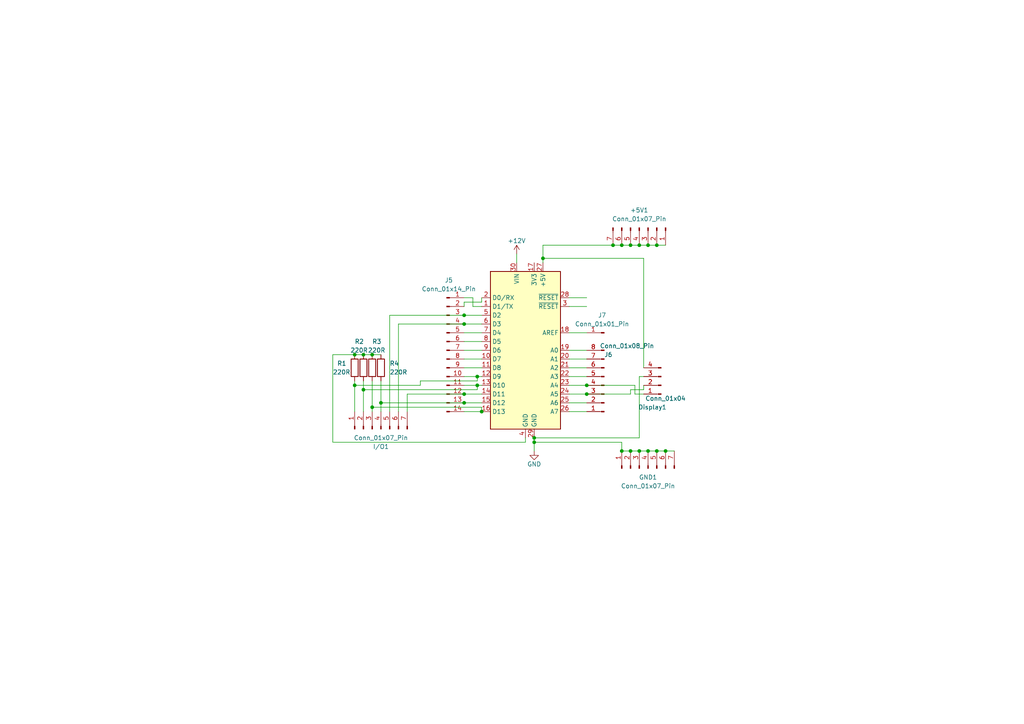
<source format=kicad_sch>
(kicad_sch (version 20230121) (generator eeschema)
  (paper "A4")
  (lib_symbols
    (symbol "Connector:Conn_01x01_Pin" (pin_names (offset 1.016) hide)
      (property "Reference" "J" (at 0 2.54 0))
      (property "Value" "Conn_01x01_Pin" (at 0 -2.54 0))
      (symbol "Conn_01x01_Pin_1_1"
        (polyline (pts (xy 1.27 0) (xy 0.8636 0)) (stroke (width 0.1524)))
        (rectangle (start 0.8636 0.127) (end 0 -0.127) (stroke (width 0.1524)) (fill (type outline)))
        (pin passive line (at 5.08 0 180) (length 3.81) (name "Pin_1") (number "1"))
      )
    )
    (symbol "Connector:Conn_01x04_Pin" (pin_names (offset 1.016) hide)
      (property "Reference" "J" (at 0 5.08 0))
      (property "Value" "Conn_01x04_Pin" (at 0 -7.62 0))
      (symbol "Conn_01x04_Pin_1_1"
        (polyline (pts (xy 1.27 -5.08) (xy 0.8636 -5.08)) (stroke (width 0.1524)))
        (polyline (pts (xy 1.27 -2.54) (xy 0.8636 -2.54)) (stroke (width 0.1524)))
        (polyline (pts (xy 1.27 0) (xy 0.8636 0)) (stroke (width 0.1524)))
        (polyline (pts (xy 1.27 2.54) (xy 0.8636 2.54)) (stroke (width 0.1524)))
        (rectangle (start 0.8636 -4.953) (end 0 -5.207) (stroke (width 0.1524)) (fill (type outline)))
        (rectangle (start 0.8636 -2.413) (end 0 -2.667) (stroke (width 0.1524)) (fill (type outline)))
        (rectangle (start 0.8636 0.127) (end 0 -0.127) (stroke (width 0.1524)) (fill (type outline)))
        (rectangle (start 0.8636 2.667) (end 0 2.413) (stroke (width 0.1524)) (fill (type outline)))
        (pin passive line (at 5.08 2.54 180) (length 3.81) (name "Pin_1") (number "1"))
        (pin passive line (at 5.08 0 180) (length 3.81) (name "Pin_2") (number "2"))
        (pin passive line (at 5.08 -2.54 180) (length 3.81) (name "Pin_3") (number "3"))
        (pin passive line (at 5.08 -5.08 180) (length 3.81) (name "Pin_4") (number "4"))
      )
    )
    (symbol "Connector:Conn_01x07_Pin" (pin_names (offset 1.016) hide)
      (property "Reference" "J" (at 0 10.16 0))
      (property "Value" "Conn_01x07_Pin" (at 0 -10.16 0))
      (symbol "Conn_01x07_Pin_1_1"
        (polyline (pts (xy 1.27 -7.62) (xy 0.8636 -7.62)) (stroke (width 0.1524)))
        (polyline (pts (xy 1.27 -5.08) (xy 0.8636 -5.08)) (stroke (width 0.1524)))
        (polyline (pts (xy 1.27 -2.54) (xy 0.8636 -2.54)) (stroke (width 0.1524)))
        (polyline (pts (xy 1.27 0) (xy 0.8636 0)) (stroke (width 0.1524)))
        (polyline (pts (xy 1.27 2.54) (xy 0.8636 2.54)) (stroke (width 0.1524)))
        (polyline (pts (xy 1.27 5.08) (xy 0.8636 5.08)) (stroke (width 0.1524)))
        (polyline (pts (xy 1.27 7.62) (xy 0.8636 7.62)) (stroke (width 0.1524)))
        (rectangle (start 0.8636 -7.493) (end 0 -7.747) (stroke (width 0.1524)) (fill (type outline)))
        (rectangle (start 0.8636 -4.953) (end 0 -5.207) (stroke (width 0.1524)) (fill (type outline)))
        (rectangle (start 0.8636 -2.413) (end 0 -2.667) (stroke (width 0.1524)) (fill (type outline)))
        (rectangle (start 0.8636 0.127) (end 0 -0.127) (stroke (width 0.1524)) (fill (type outline)))
        (rectangle (start 0.8636 2.667) (end 0 2.413) (stroke (width 0.1524)) (fill (type outline)))
        (rectangle (start 0.8636 5.207) (end 0 4.953) (stroke (width 0.1524)) (fill (type outline)))
        (rectangle (start 0.8636 7.747) (end 0 7.493) (stroke (width 0.1524)) (fill (type outline)))
        (pin passive line (at 5.08 7.62 180) (length 3.81) (name "Pin_1") (number "1"))
        (pin passive line (at 5.08 5.08 180) (length 3.81) (name "Pin_2") (number "2"))
        (pin passive line (at 5.08 2.54 180) (length 3.81) (name "Pin_3") (number "3"))
        (pin passive line (at 5.08 0 180) (length 3.81) (name "Pin_4") (number "4"))
        (pin passive line (at 5.08 -2.54 180) (length 3.81) (name "Pin_5") (number "5"))
        (pin passive line (at 5.08 -5.08 180) (length 3.81) (name "Pin_6") (number "6"))
        (pin passive line (at 5.08 -7.62 180) (length 3.81) (name "Pin_7") (number "7"))
      )
    )
    (symbol "Connector:Conn_01x08_Pin" (pin_names (offset 1.016) hide)
      (property "Reference" "J" (at 0 10.16 0))
      (property "Value" "Conn_01x08_Pin" (at 0 -12.7 0))
      (symbol "Conn_01x08_Pin_1_1"
        (polyline (pts (xy 1.27 -10.16) (xy 0.8636 -10.16)) (stroke (width 0.1524)))
        (polyline (pts (xy 1.27 -7.62) (xy 0.8636 -7.62)) (stroke (width 0.1524)))
        (polyline (pts (xy 1.27 -5.08) (xy 0.8636 -5.08)) (stroke (width 0.1524)))
        (polyline (pts (xy 1.27 -2.54) (xy 0.8636 -2.54)) (stroke (width 0.1524)))
        (polyline (pts (xy 1.27 0) (xy 0.8636 0)) (stroke (width 0.1524)))
        (polyline (pts (xy 1.27 2.54) (xy 0.8636 2.54)) (stroke (width 0.1524)))
        (polyline (pts (xy 1.27 5.08) (xy 0.8636 5.08)) (stroke (width 0.1524)))
        (polyline (pts (xy 1.27 7.62) (xy 0.8636 7.62)) (stroke (width 0.1524)))
        (rectangle (start 0.8636 -10.033) (end 0 -10.287) (stroke (width 0.1524)) (fill (type outline)))
        (rectangle (start 0.8636 -7.493) (end 0 -7.747) (stroke (width 0.1524)) (fill (type outline)))
        (rectangle (start 0.8636 -4.953) (end 0 -5.207) (stroke (width 0.1524)) (fill (type outline)))
        (rectangle (start 0.8636 -2.413) (end 0 -2.667) (stroke (width 0.1524)) (fill (type outline)))
        (rectangle (start 0.8636 0.127) (end 0 -0.127) (stroke (width 0.1524)) (fill (type outline)))
        (rectangle (start 0.8636 2.667) (end 0 2.413) (stroke (width 0.1524)) (fill (type outline)))
        (rectangle (start 0.8636 5.207) (end 0 4.953) (stroke (width 0.1524)) (fill (type outline)))
        (rectangle (start 0.8636 7.747) (end 0 7.493) (stroke (width 0.1524)) (fill (type outline)))
        (pin passive line (at 5.08 7.62 180) (length 3.81) (name "Pin_1") (number "1"))
        (pin passive line (at 5.08 5.08 180) (length 3.81) (name "Pin_2") (number "2"))
        (pin passive line (at 5.08 2.54 180) (length 3.81) (name "Pin_3") (number "3"))
        (pin passive line (at 5.08 0 180) (length 3.81) (name "Pin_4") (number "4"))
        (pin passive line (at 5.08 -2.54 180) (length 3.81) (name "Pin_5") (number "5"))
        (pin passive line (at 5.08 -5.08 180) (length 3.81) (name "Pin_6") (number "6"))
        (pin passive line (at 5.08 -7.62 180) (length 3.81) (name "Pin_7") (number "7"))
        (pin passive line (at 5.08 -10.16 180) (length 3.81) (name "Pin_8") (number "8"))
      )
    )
    (symbol "Connector:Conn_01x14_Pin" (pin_names (offset 1.016) hide)
      (property "Reference" "J" (at 0 17.78 0))
      (property "Value" "Conn_01x14_Pin" (at 0 -20.32 0))
      (symbol "Conn_01x14_Pin_1_1"
        (polyline (pts (xy 1.27 -17.78) (xy 0.8636 -17.78)) (stroke (width 0.1524)))
        (polyline (pts (xy 1.27 -15.24) (xy 0.8636 -15.24)) (stroke (width 0.1524)))
        (polyline (pts (xy 1.27 -12.7) (xy 0.8636 -12.7)) (stroke (width 0.1524)))
        (polyline (pts (xy 1.27 -10.16) (xy 0.8636 -10.16)) (stroke (width 0.1524)))
        (polyline (pts (xy 1.27 -7.62) (xy 0.8636 -7.62)) (stroke (width 0.1524)))
        (polyline (pts (xy 1.27 -5.08) (xy 0.8636 -5.08)) (stroke (width 0.1524)))
        (polyline (pts (xy 1.27 -2.54) (xy 0.8636 -2.54)) (stroke (width 0.1524)))
        (polyline (pts (xy 1.27 0) (xy 0.8636 0)) (stroke (width 0.1524)))
        (polyline (pts (xy 1.27 2.54) (xy 0.8636 2.54)) (stroke (width 0.1524)))
        (polyline (pts (xy 1.27 5.08) (xy 0.8636 5.08)) (stroke (width 0.1524)))
        (polyline (pts (xy 1.27 7.62) (xy 0.8636 7.62)) (stroke (width 0.1524)))
        (polyline (pts (xy 1.27 10.16) (xy 0.8636 10.16)) (stroke (width 0.1524)))
        (polyline (pts (xy 1.27 12.7) (xy 0.8636 12.7)) (stroke (width 0.1524)))
        (polyline (pts (xy 1.27 15.24) (xy 0.8636 15.24)) (stroke (width 0.1524)))
        (rectangle (start 0.8636 -17.653) (end 0 -17.907) (stroke (width 0.1524)) (fill (type outline)))
        (rectangle (start 0.8636 -15.113) (end 0 -15.367) (stroke (width 0.1524)) (fill (type outline)))
        (rectangle (start 0.8636 -12.573) (end 0 -12.827) (stroke (width 0.1524)) (fill (type outline)))
        (rectangle (start 0.8636 -10.033) (end 0 -10.287) (stroke (width 0.1524)) (fill (type outline)))
        (rectangle (start 0.8636 -7.493) (end 0 -7.747) (stroke (width 0.1524)) (fill (type outline)))
        (rectangle (start 0.8636 -4.953) (end 0 -5.207) (stroke (width 0.1524)) (fill (type outline)))
        (rectangle (start 0.8636 -2.413) (end 0 -2.667) (stroke (width 0.1524)) (fill (type outline)))
        (rectangle (start 0.8636 0.127) (end 0 -0.127) (stroke (width 0.1524)) (fill (type outline)))
        (rectangle (start 0.8636 2.667) (end 0 2.413) (stroke (width 0.1524)) (fill (type outline)))
        (rectangle (start 0.8636 5.207) (end 0 4.953) (stroke (width 0.1524)) (fill (type outline)))
        (rectangle (start 0.8636 7.747) (end 0 7.493) (stroke (width 0.1524)) (fill (type outline)))
        (rectangle (start 0.8636 10.287) (end 0 10.033) (stroke (width 0.1524)) (fill (type outline)))
        (rectangle (start 0.8636 12.827) (end 0 12.573) (stroke (width 0.1524)) (fill (type outline)))
        (rectangle (start 0.8636 15.367) (end 0 15.113) (stroke (width 0.1524)) (fill (type outline)))
        (pin passive line (at 5.08 15.24 180) (length 3.81) (name "Pin_1") (number "1"))
        (pin passive line (at 5.08 -7.62 180) (length 3.81) (name "Pin_10") (number "10"))
        (pin passive line (at 5.08 -10.16 180) (length 3.81) (name "Pin_11") (number "11"))
        (pin passive line (at 5.08 -12.7 180) (length 3.81) (name "Pin_12") (number "12"))
        (pin passive line (at 5.08 -15.24 180) (length 3.81) (name "Pin_13") (number "13"))
        (pin passive line (at 5.08 -17.78 180) (length 3.81) (name "Pin_14") (number "14"))
        (pin passive line (at 5.08 12.7 180) (length 3.81) (name "Pin_2") (number "2"))
        (pin passive line (at 5.08 10.16 180) (length 3.81) (name "Pin_3") (number "3"))
        (pin passive line (at 5.08 7.62 180) (length 3.81) (name "Pin_4") (number "4"))
        (pin passive line (at 5.08 5.08 180) (length 3.81) (name "Pin_5") (number "5"))
        (pin passive line (at 5.08 2.54 180) (length 3.81) (name "Pin_6") (number "6"))
        (pin passive line (at 5.08 0 180) (length 3.81) (name "Pin_7") (number "7"))
        (pin passive line (at 5.08 -2.54 180) (length 3.81) (name "Pin_8") (number "8"))
        (pin passive line (at 5.08 -5.08 180) (length 3.81) (name "Pin_9") (number "9"))
      )
    )
    (symbol "Device:R" (pin_numbers hide) (pin_names (offset 0))
      (property "Reference" "R" (at 2.032 0 90))
      (property "Value" "R" (at 0 0 90))
      (symbol "R_0_1"
        (rectangle (start -1.016 -2.54) (end 1.016 2.54) (stroke (width 0.254)))
      )
      (symbol "R_1_1"
        (pin passive line (at 0 3.81 270) (length 1.27) (name "~") (number "1"))
        (pin passive line (at 0 -3.81 90) (length 1.27) (name "~") (number "2"))
      )
    )
    (symbol "MCU_Module:Arduino_Nano_v3.x"
      (property "Reference" "A" (at -10.16 23.495 0))
      (property "Value" "Arduino_Nano_v3.x" (at 5.08 -24.13 0))
      (symbol "Arduino_Nano_v3.x_0_1"
        (rectangle (start -10.16 22.86) (end 10.16 -22.86) (stroke (width 0.254)) (fill (type background)))
      )
      (symbol "Arduino_Nano_v3.x_1_1"
        (pin bidirectional line (at -12.7 12.7 0) (length 2.54) (name "D1/TX") (number "1"))
        (pin bidirectional line (at -12.7 -2.54 0) (length 2.54) (name "D7") (number "10"))
        (pin bidirectional line (at -12.7 -5.08 0) (length 2.54) (name "D8") (number "11"))
        (pin bidirectional line (at -12.7 -7.62 0) (length 2.54) (name "D9") (number "12"))
        (pin bidirectional line (at -12.7 -10.16 0) (length 2.54) (name "D10") (number "13"))
        (pin bidirectional line (at -12.7 -12.7 0) (length 2.54) (name "D11") (number "14"))
        (pin bidirectional line (at -12.7 -15.24 0) (length 2.54) (name "D12") (number "15"))
        (pin bidirectional line (at -12.7 -17.78 0) (length 2.54) (name "D13") (number "16"))
        (pin power_out line (at 2.54 25.4 270) (length 2.54) (name "3V3") (number "17"))
        (pin input line (at 12.7 5.08 180) (length 2.54) (name "AREF") (number "18"))
        (pin bidirectional line (at 12.7 0 180) (length 2.54) (name "A0") (number "19"))
        (pin bidirectional line (at -12.7 15.24 0) (length 2.54) (name "D0/RX") (number "2"))
        (pin bidirectional line (at 12.7 -2.54 180) (length 2.54) (name "A1") (number "20"))
        (pin bidirectional line (at 12.7 -5.08 180) (length 2.54) (name "A2") (number "21"))
        (pin bidirectional line (at 12.7 -7.62 180) (length 2.54) (name "A3") (number "22"))
        (pin bidirectional line (at 12.7 -10.16 180) (length 2.54) (name "A4") (number "23"))
        (pin bidirectional line (at 12.7 -12.7 180) (length 2.54) (name "A5") (number "24"))
        (pin bidirectional line (at 12.7 -15.24 180) (length 2.54) (name "A6") (number "25"))
        (pin bidirectional line (at 12.7 -17.78 180) (length 2.54) (name "A7") (number "26"))
        (pin power_out line (at 5.08 25.4 270) (length 2.54) (name "+5V") (number "27"))
        (pin input line (at 12.7 15.24 180) (length 2.54) (name "~{RESET}") (number "28"))
        (pin power_in line (at 2.54 -25.4 90) (length 2.54) (name "GND") (number "29"))
        (pin input line (at 12.7 12.7 180) (length 2.54) (name "~{RESET}") (number "3"))
        (pin power_in line (at -2.54 25.4 270) (length 2.54) (name "VIN") (number "30"))
        (pin power_in line (at 0 -25.4 90) (length 2.54) (name "GND") (number "4"))
        (pin bidirectional line (at -12.7 10.16 0) (length 2.54) (name "D2") (number "5"))
        (pin bidirectional line (at -12.7 7.62 0) (length 2.54) (name "D3") (number "6"))
        (pin bidirectional line (at -12.7 5.08 0) (length 2.54) (name "D4") (number "7"))
        (pin bidirectional line (at -12.7 2.54 0) (length 2.54) (name "D5") (number "8"))
        (pin bidirectional line (at -12.7 0 0) (length 2.54) (name "D6") (number "9"))
      )
    )
    (symbol "power:+12V" (power) (pin_names (offset 0))
      (property "Value" "+12V" (at 0 3.556 0))
      (symbol "+12V_0_1"
        (polyline (pts (xy -0.762 1.27) (xy 0 2.54)))
        (polyline (pts (xy 0 0) (xy 0 2.54)))
        (polyline (pts (xy 0 2.54) (xy 0.762 1.27)))
      )
      (symbol "+12V_1_1"
        (pin power_in line (at 0 0 90) (length 0) hide (name "+12V") (number "1"))
      )
    )
    (symbol "power:GND" (power) (pin_names (offset 0))
      (property "Value" "GND" (at 0 -3.81 0))
      (symbol "GND_0_1"
        (polyline (pts (xy 0 0) (xy 0 -1.27) (xy 1.27 -1.27) (xy 0 -2.54) (xy -1.27 -1.27) (xy 0 -1.27)))
      )
      (symbol "GND_1_1"
        (pin power_in line (at 0 0 270) (length 0) hide (name "GND") (number "1"))
      )
    )
  )
  (junction (at 180.34 130.81))
  (junction (at 182.88 71.12))
  (junction (at 102.87 102.87))
  (junction (at 185.42 130.81))
  (junction (at 190.5 130.81))
  (junction (at 138.43 109.22))
  (junction (at 187.96 71.12))
  (junction (at 180.34 71.12))
  (junction (at 170.18 114.3))
  (junction (at 193.04 130.81))
  (junction (at 154.94 128.27))
  (junction (at 185.42 71.12))
  (junction (at 110.49 116.84))
  (junction (at 190.5 71.12))
  (junction (at 154.94 127))
  (junction (at 134.62 93.98))
  (junction (at 187.96 130.81))
  (junction (at 107.95 102.87))
  (junction (at 134.62 116.84))
  (junction (at 182.88 130.81))
  (junction (at 102.87 111.76))
  (junction (at 139.7 119.38))
  (junction (at 105.41 113.03))
  (junction (at 138.43 111.76))
  (junction (at 134.62 91.44))
  (junction (at 177.8 71.12))
  (junction (at 105.41 102.87))
  (junction (at 107.95 118.11))
  (junction (at 170.18 111.76))
  (junction (at 157.48 74.93))
  (junction (at 134.62 114.3))
  (wire (pts (xy 186.69 113.03) (xy 186.69 111.76)))
  (wire (pts (xy 157.48 71.12) (xy 177.8 71.12)))
  (wire (pts (xy 113.03 91.44) (xy 134.62 91.44)))
  (wire (pts (xy 105.41 102.87) (xy 107.95 102.87)))
  (wire (pts (xy 165.1 116.84) (xy 170.18 116.84)))
  (wire (pts (xy 165.1 101.6) (xy 170.18 101.6)))
  (wire (pts (xy 105.41 113.03) (xy 138.43 113.03)))
  (wire (pts (xy 170.18 114.3) (xy 182.88 114.3)))
  (wire (pts (xy 121.92 111.76) (xy 121.92 110.49)))
  (wire (pts (xy 139.7 119.38) (xy 139.7 118.11)))
  (wire (pts (xy 134.62 119.38) (xy 139.7 119.38)))
  (wire (pts (xy 137.16 86.36) (xy 137.16 88.9)))
  (wire (pts (xy 180.34 71.12) (xy 177.8 71.12)))
  (wire (pts (xy 102.87 111.76) (xy 102.87 119.38)))
  (wire (pts (xy 186.69 109.22) (xy 185.42 109.22)))
  (wire (pts (xy 107.95 102.87) (xy 110.49 102.87)))
  (wire (pts (xy 107.95 118.11) (xy 139.7 118.11)))
  (wire (pts (xy 134.62 106.68) (xy 139.7 106.68)))
  (wire (pts (xy 157.48 74.93) (xy 186.69 74.93)))
  (wire (pts (xy 193.04 130.81) (xy 195.58 130.81)))
  (wire (pts (xy 190.5 71.12) (xy 187.96 71.12)))
  (wire (pts (xy 165.1 104.14) (xy 170.18 104.14)))
  (wire (pts (xy 187.96 130.81) (xy 190.5 130.81)))
  (wire (pts (xy 187.96 71.12) (xy 185.42 71.12)))
  (wire (pts (xy 139.7 86.36) (xy 139.7 87.63)))
  (wire (pts (xy 154.94 127) (xy 185.42 127)))
  (wire (pts (xy 137.16 88.9) (xy 139.7 88.9)))
  (wire (pts (xy 165.1 106.68) (xy 170.18 106.68)))
  (wire (pts (xy 157.48 71.12) (xy 157.48 74.93)))
  (wire (pts (xy 118.11 114.3) (xy 134.62 114.3)))
  (wire (pts (xy 115.57 93.98) (xy 115.57 119.38)))
  (wire (pts (xy 110.49 116.84) (xy 134.62 116.84)))
  (wire (pts (xy 182.88 130.81) (xy 185.42 130.81)))
  (wire (pts (xy 185.42 71.12) (xy 182.88 71.12)))
  (wire (pts (xy 154.94 127) (xy 154.94 128.27)))
  (wire (pts (xy 157.48 74.93) (xy 157.48 76.2)))
  (wire (pts (xy 190.5 130.81) (xy 193.04 130.81)))
  (wire (pts (xy 165.1 109.22) (xy 170.18 109.22)))
  (wire (pts (xy 139.7 87.63) (xy 134.62 87.63)))
  (wire (pts (xy 102.87 110.49) (xy 102.87 111.76)))
  (wire (pts (xy 165.1 86.36) (xy 170.18 86.36)))
  (wire (pts (xy 138.43 113.03) (xy 138.43 111.76)))
  (wire (pts (xy 186.69 106.68) (xy 186.69 74.93)))
  (wire (pts (xy 180.34 128.27) (xy 180.34 130.81)))
  (wire (pts (xy 105.41 110.49) (xy 105.41 113.03)))
  (wire (pts (xy 118.11 114.3) (xy 118.11 119.38)))
  (wire (pts (xy 182.88 71.12) (xy 180.34 71.12)))
  (wire (pts (xy 154.94 128.27) (xy 180.34 128.27)))
  (wire (pts (xy 134.62 111.76) (xy 138.43 111.76)))
  (wire (pts (xy 165.1 111.76) (xy 170.18 111.76)))
  (wire (pts (xy 185.42 130.81) (xy 187.96 130.81)))
  (wire (pts (xy 193.04 71.12) (xy 190.5 71.12)))
  (wire (pts (xy 138.43 109.22) (xy 139.7 109.22)))
  (wire (pts (xy 102.87 111.76) (xy 121.92 111.76)))
  (wire (pts (xy 182.88 113.03) (xy 186.69 113.03)))
  (wire (pts (xy 121.92 110.49) (xy 138.43 110.49)))
  (wire (pts (xy 134.62 96.52) (xy 139.7 96.52)))
  (wire (pts (xy 134.62 99.06) (xy 139.7 99.06)))
  (wire (pts (xy 96.52 102.87) (xy 96.52 128.27)))
  (wire (pts (xy 115.57 93.98) (xy 134.62 93.98)))
  (wire (pts (xy 184.15 111.76) (xy 184.15 114.3)))
  (wire (pts (xy 134.62 116.84) (xy 139.7 116.84)))
  (wire (pts (xy 110.49 110.49) (xy 110.49 116.84)))
  (wire (pts (xy 165.1 114.3) (xy 170.18 114.3)))
  (wire (pts (xy 134.62 114.3) (xy 139.7 114.3)))
  (wire (pts (xy 102.87 102.87) (xy 105.41 102.87)))
  (wire (pts (xy 134.62 104.14) (xy 139.7 104.14)))
  (wire (pts (xy 154.94 128.27) (xy 154.94 130.81)))
  (wire (pts (xy 182.88 114.3) (xy 182.88 113.03)))
  (wire (pts (xy 96.52 102.87) (xy 102.87 102.87)))
  (wire (pts (xy 165.1 119.38) (xy 170.18 119.38)))
  (wire (pts (xy 110.49 116.84) (xy 110.49 119.38)))
  (wire (pts (xy 134.62 109.22) (xy 138.43 109.22)))
  (wire (pts (xy 184.15 114.3) (xy 186.69 114.3)))
  (wire (pts (xy 134.62 87.63) (xy 134.62 88.9)))
  (wire (pts (xy 165.1 96.52) (xy 170.18 96.52)))
  (wire (pts (xy 113.03 91.44) (xy 113.03 119.38)))
  (wire (pts (xy 134.62 91.44) (xy 139.7 91.44)))
  (wire (pts (xy 185.42 109.22) (xy 185.42 127)))
  (wire (pts (xy 165.1 88.9) (xy 170.18 88.9)))
  (wire (pts (xy 180.34 130.81) (xy 182.88 130.81)))
  (wire (pts (xy 152.4 127) (xy 152.4 128.27)))
  (wire (pts (xy 134.62 101.6) (xy 139.7 101.6)))
  (wire (pts (xy 134.62 93.98) (xy 139.7 93.98)))
  (wire (pts (xy 149.86 73.66) (xy 149.86 76.2)))
  (wire (pts (xy 138.43 110.49) (xy 138.43 109.22)))
  (wire (pts (xy 96.52 128.27) (xy 152.4 128.27)))
  (wire (pts (xy 138.43 111.76) (xy 139.7 111.76)))
  (wire (pts (xy 107.95 110.49) (xy 107.95 118.11)))
  (wire (pts (xy 137.16 86.36) (xy 134.62 86.36)))
  (wire (pts (xy 107.95 118.11) (xy 107.95 119.38)))
  (wire (pts (xy 105.41 113.03) (xy 105.41 119.38)))
  (wire (pts (xy 170.18 111.76) (xy 184.15 111.76)))
  (symbol (lib_id "Connector:Conn_01x14_Pin") (at 129.54 101.6 0) (unit 1)
    (property "Reference" "J5" (at 130.175 81.28 0))
    (property "Value" "Conn_01x14_Pin" (at 130.175 83.82 0))
    (property "Footprint" "Connector_PinHeader_1.00mm:PinHeader_1x14_P1.00mm_Vertical" (effects hide))
  )
  (symbol (lib_id "Connector:Conn_01x01_Pin") (at 175.26 96.52 180) (unit 1)
    (property "Reference" "J7" (at 174.625 91.44 0))
    (property "Value" "Conn_01x01_Pin" (at 174.625 93.98 0))
    (property "Footprint" "Connector_PinHeader_1.00mm:PinHeader_1x01_P1.00mm_Vertical" (effects hide))
  )
  (symbol (lib_id "Connector:Conn_01x07_Pin") (at 110.49 124.46 90) (unit 1)
    (property "Reference" "I/O1" (at 110.49 129.54 90))
    (property "Value" "Conn_01x07_Pin" (at 110.49 127 90))
    (property "Footprint" "Connector_PinHeader_1.00mm:PinHeader_1x07_P1.00mm_Horizontal" (effects hide))
  )
  (symbol (lib_id "Connector:Conn_01x07_Pin") (at 187.96 135.89 90) (unit 1)
    (property "Reference" "GND1" (at 187.96 138.43 90))
    (property "Value" "Conn_01x07_Pin" (at 187.96 140.97 90))
    (property "Footprint" "Connector_PinHeader_1.00mm:PinHeader_1x07_P1.00mm_Horizontal" (effects hide))
  )
  (symbol (lib_id "Device:R") (at 102.87 106.68 0) (unit 1)
    (property "Reference" "R1" (at 97.79 105.41 0) (effects (justify left)))
    (property "Value" "220R" (at 96.52 107.95 0) (effects (justify left)))
    (property "Footprint" "Resistor_SMD:R_1206_3216Metric_Pad1.30x1.75mm_HandSolder" (effects hide))
  )
  (symbol (lib_id "Connector:Conn_01x07_Pin") (at 185.42 66.04 270) (unit 1)
    (property "Reference" "+5V1" (at 185.42 60.96 90))
    (property "Value" "Conn_01x07_Pin" (at 185.42 63.5 90))
    (property "Footprint" "Connector_PinHeader_1.00mm:PinHeader_1x07_P1.00mm_Horizontal" (effects hide))
  )
  (symbol (lib_id "power:+12V") (at 149.86 73.66 0) (unit 1)
    (property "Reference" "#PWR01" (effects hide))
    (property "Value" "+12V" (at 149.86 69.85 0))
  )
  (symbol (lib_id "Device:R") (at 107.95 106.68 0) (unit 1)
    (property "Reference" "R3" (at 107.95 99.06 0) (effects (justify left)))
    (property "Value" "220R" (at 106.68 101.6 0) (effects (justify left)))
    (property "Footprint" "Resistor_SMD:R_1206_3216Metric_Pad1.30x1.75mm_HandSolder" (effects hide))
  )
  (symbol (lib_id "Device:R") (at 105.41 106.68 0) (unit 1)
    (property "Reference" "R2" (at 102.87 99.06 0) (effects (justify left)))
    (property "Value" "220R" (at 101.6 101.6 0) (effects (justify left)))
    (property "Footprint" "Resistor_SMD:R_1206_3216Metric_Pad1.30x1.75mm_HandSolder" (effects hide))
  )
  (symbol (lib_id "Connector:Conn_01x08_Pin") (at 175.26 111.76 180) (unit 1)
    (property "Reference" "J6" (at 175.26 102.87 0) (effects (justify right)))
    (property "Value" "Conn_01x08_Pin" (at 173.99 100.33 0) (effects (justify right)))
    (property "Footprint" "Connector_PinHeader_1.00mm:PinHeader_1x08_P1.00mm_Vertical" (effects hide))
  )
  (symbol (lib_id "Device:R") (at 110.49 106.68 0) (unit 1)
    (property "Reference" "R4" (at 113.03 105.41 0) (effects (justify left)))
    (property "Value" "220R" (at 113.03 107.95 0) (effects (justify left)))
    (property "Footprint" "Resistor_SMD:R_1206_3216Metric_Pad1.30x1.75mm_HandSolder" (effects hide))
  )
  (symbol (lib_id "power:GND") (at 154.94 130.81 0) (unit 1)
    (property "Reference" "#PWR02" (effects hide))
    (property "Value" "GND" (at 154.94 134.62 0))
  )
  (symbol (lib_id "Connector:Conn_01x04_Pin") (at 191.77 111.76 180) (unit 1)
    (property "Reference" "Display1" (at 189.23 118.11 0))
    (property "Value" "Conn_01x04" (at 193.04 115.57 0))
    (property "Footprint" "Connector_PinHeader_1.00mm:PinHeader_1x04_P1.00mm_Horizontal" (effects hide))
  )
  (symbol (lib_id "MCU_Module:Arduino_Nano_v3.x") (at 152.4 101.6 0) (unit 1)
    (property "Reference" "Arduino_Nano1" (effects hide))
    (property "Value" "Arduino_Nano_v3.x" (effects hide))
    (property "Footprint" "Module:Arduino_Nano" (effects hide))
    (property "Datasheet" "http://www.mouser.com/pdfdocs/Gravitech_Arduino_Nano3_0.pdf" (effects hide))
  )
)
</source>
